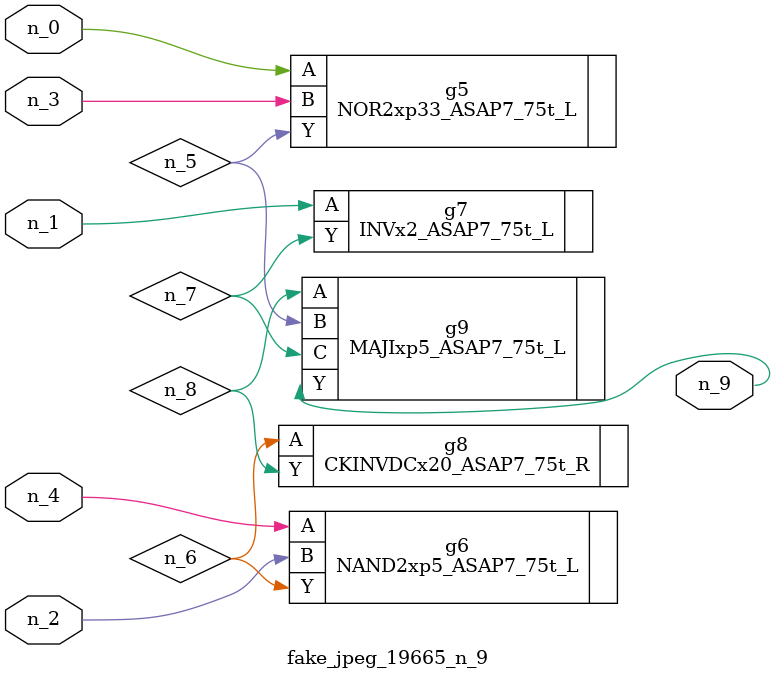
<source format=v>
module fake_jpeg_19665_n_9 (n_3, n_2, n_1, n_0, n_4, n_9);

input n_3;
input n_2;
input n_1;
input n_0;
input n_4;

output n_9;

wire n_8;
wire n_6;
wire n_5;
wire n_7;

NOR2xp33_ASAP7_75t_L g5 ( 
.A(n_0),
.B(n_3),
.Y(n_5)
);

NAND2xp5_ASAP7_75t_L g6 ( 
.A(n_4),
.B(n_2),
.Y(n_6)
);

INVx2_ASAP7_75t_L g7 ( 
.A(n_1),
.Y(n_7)
);

CKINVDCx20_ASAP7_75t_R g8 ( 
.A(n_6),
.Y(n_8)
);

MAJIxp5_ASAP7_75t_L g9 ( 
.A(n_8),
.B(n_5),
.C(n_7),
.Y(n_9)
);


endmodule
</source>
